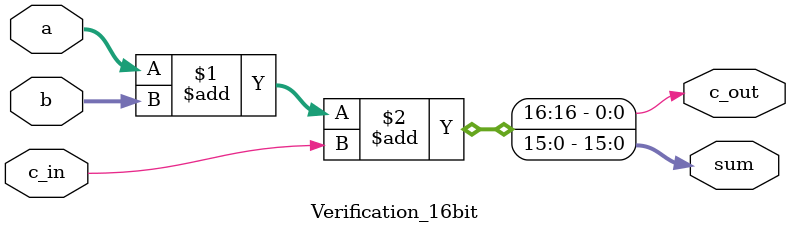
<source format=v>
`timescale 1ns / 1ps


module Verification_16bit(
    output c_out,
    output [15:0] sum,
    input [15:0] a,
    input [15:0] b,
    input c_in
    );
    
	assign {c_out, sum} = a + b + c_in;
endmodule

</source>
